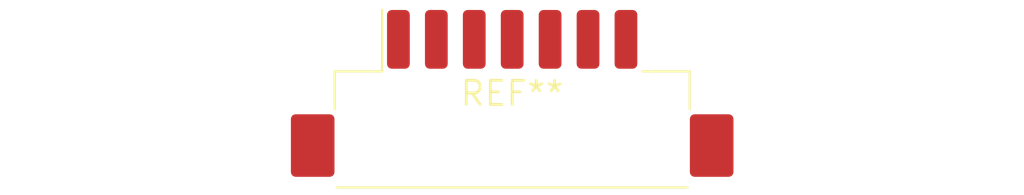
<source format=kicad_pcb>
(kicad_pcb (version 20240108) (generator pcbnew)
  (layers (0 "F.Cu" signal) (31 "B.Cu" signal) (34 "B.Paste" user) (35 "F.Paste" user) (36 "B.SilkS" user "B.Silkscreen") (37 "F.SilkS" user "F.Silkscreen") (38 "B.Mask" user) (39 "F.Mask" user) (44 "Edge.Cuts" user))
  (net 0 "")
  (footprint "Hirose_DF3EA-07P-2H_1x07-1MP_P2.00mm_Horizontal" (layer "F.Cu") (at 0 0)
    (property "Reference" "REF**")
    (property "Value" "Hirose_DF3EA-07P-2H_1x07-1MP_P2.00mm_Horizontal")
    (fp_line (start -9.36 -1.16) (end -6.86 -1.16) (layer "F.SilkS") (stroke (width 0.12)))
    (fp_line (start -9.36 0.84) (end -9.36 -1.16) (layer "F.SilkS") (stroke (width 0.12)))
    (fp_line (start -9.25 4.96) (end 9.25 4.96) (layer "F.SilkS") (stroke (width 0.12)))
    (fp_line (start -6.86 -1.16) (end -6.86 -4.4) (layer "F.SilkS") (stroke (width 0.12)))
    (fp_line (start 9.36 -1.16) (end 6.86 -1.16) (layer "F.SilkS") (stroke (width 0.12)))
    (fp_line (start 9.36 0.84) (end 9.36 -1.16) (layer "F.SilkS") (stroke (width 0.12)))
    (pad "1" smd roundrect (at -6 -2.85) (size 1.2 3.1) (layers "F.Cu" "F.Paste" "F.Mask") (roundrect_rratio 0.208333))
    (pad "2" smd roundrect (at -4 -2.85) (size 1.2 3.1) (layers "F.Cu" "F.Paste" "F.Mask") (roundrect_rratio 0.208333))
    (pad "3" smd roundrect (at -2 -2.85) (size 1.2 3.1) (layers "F.Cu" "F.Paste" "F.Mask") (roundrect_rratio 0.208333))
    (pad "4" smd roundrect (at 0 -2.85) (size 1.2 3.1) (layers "F.Cu" "F.Paste" "F.Mask") (roundrect_rratio 0.208333))
    (pad "5" smd roundrect (at 2 -2.85) (size 1.2 3.1) (layers "F.Cu" "F.Paste" "F.Mask") (roundrect_rratio 0.208333))
    (pad "6" smd roundrect (at 4 -2.85) (size 1.2 3.1) (layers "F.Cu" "F.Paste" "F.Mask") (roundrect_rratio 0.208333))
    (pad "7" smd roundrect (at 6 -2.85) (size 1.2 3.1) (layers "F.Cu" "F.Paste" "F.Mask") (roundrect_rratio 0.208333))
    (pad "MP" smd roundrect (at -10.52 2.75) (size 2.3 3.3) (layers "F.Cu" "F.Paste" "F.Mask") (roundrect_rratio 0.108696))
    (pad "MP" smd roundrect (at 10.52 2.75) (size 2.3 3.3) (layers "F.Cu" "F.Paste" "F.Mask") (roundrect_rratio 0.108696))
  )
)
</source>
